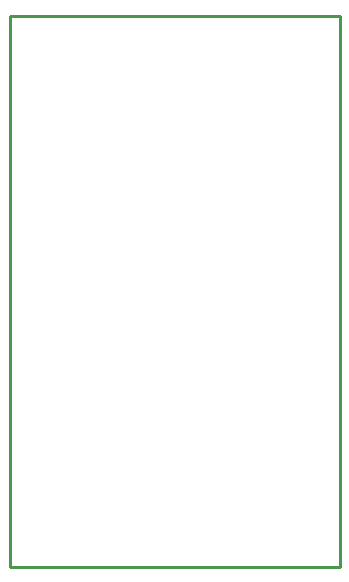
<source format=gbr>
G04 EAGLE Gerber RS-274X export*
G75*
%MOMM*%
%FSLAX34Y34*%
%LPD*%
%IN*%
%IPPOS*%
%AMOC8*
5,1,8,0,0,1.08239X$1,22.5*%
G01*
%ADD10C,0.254000*%


D10*
X88900Y0D02*
X368100Y0D01*
X368100Y466600D01*
X88900Y466600D01*
X88900Y0D01*
M02*

</source>
